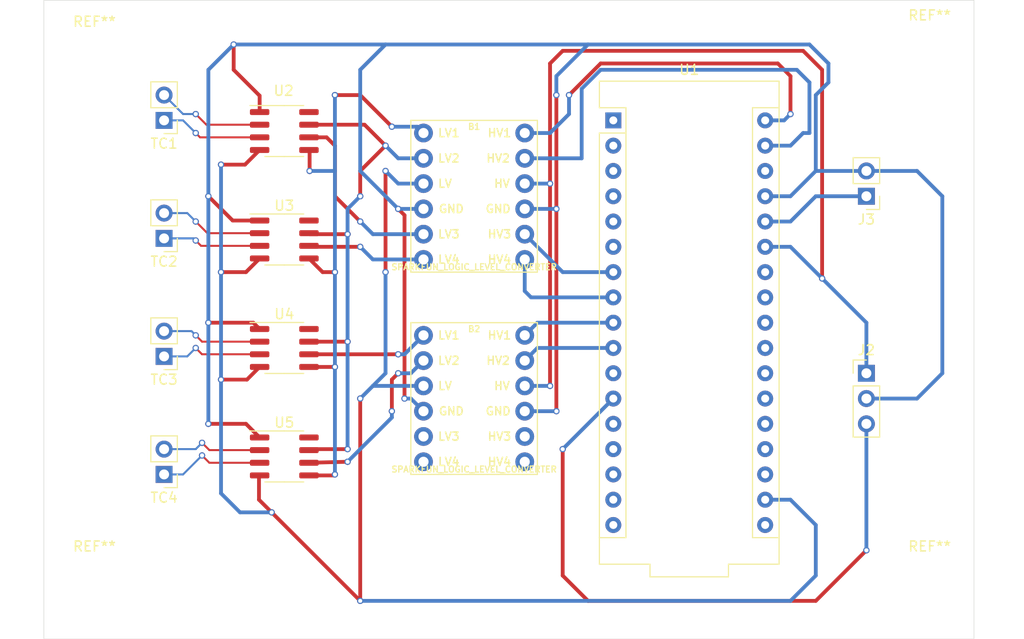
<source format=kicad_pcb>
(kicad_pcb (version 20221018) (generator pcbnew)
  (layers (0 "F.Cu" signal) (31 "B.Cu" signal) (34 "B.Paste" user) (35 "F.Paste" user) (36 "B.SilkS" user "B.Silkscreen") (37 "F.SilkS" user "F.Silkscreen") (38 "B.Mask" user) (39 "F.Mask" user) (44 "Edge.Cuts" user))
  (net 0 "")
  (net 1 "5V")
  (net 2 "GND")
  (net 3 "LCD")
  (net 4 "RESET")
  (net 10 "3.3V")
  (net 17 "SCK_H")
  (net 19 "MISO_H")
  (net 21 "T1CS_H")
  (net 23 "T2CS_H")
  (net 33 "SCK_L")
  (net 34 "MISO_L")
  (net 35 "T1-")
  (net 36 "T1+")
  (net 37 "T2-")
  (net 38 "T2+")
  (net 39 "T3-")
  (net 40 "T3+")
  (net 41 "T4-")
  (net 42 "T4+")
  (net 43 "T1CS_L")
  (net 44 "T2CS_L")
  (net 45 "T3CS_H")
  (net 46 "T4CS_H")
  (net 49 "T3CS_L")
  (net 50 "T4CS_L")
  (footprint "Connector_PinHeader_2.54mm:PinHeader_1x03_P2.54mm_Vertical" (layer "F.Cu") (at 160.02 91.44)
    (fp_text reference "J2" (at 0 -2.33) (layer "F.SilkS"))
    (fp_text value "Conn_01x03")
    (fp_line (start -1.33 -1.33) (end 0 -1.33) (stroke (width 0.12)) (layer "F.SilkS"))
    (fp_line (start -1.33 0) (end -1.33 -1.33) (stroke (width 0.12)) (layer "F.SilkS"))
    (fp_line (start -1.33 1.27) (end -1.33 6.41) (stroke (width 0.12)) (layer "F.SilkS"))
    (fp_line (start -1.33 1.27) (end 1.33 1.27) (stroke (width 0.12)) (layer "F.SilkS"))
    (fp_line (start -1.33 6.41) (end 1.33 6.41) (stroke (width 0.12)) (layer "F.SilkS"))
    (fp_line (start 1.33 1.27) (end 1.33 6.41) (stroke (width 0.12)) (layer "F.SilkS"))
    (pad "1" thru_hole rect (at 0 0) (size 1.7 1.7) (drill 1) (layers "*.Cu" "*.Mask") (net 1 "5V"))
    (pad "2" thru_hole oval (at 0 2.54) (size 1.7 1.7) (drill 1) (layers "*.Cu" "*.Mask") (net 2 "GND"))
    (pad "3" thru_hole oval (at 0 5.08) (size 1.7 1.7) (drill 1) (layers "*.Cu" "*.Mask") (net 3 "LCD"))
  )
  (footprint "Connector_PinHeader_2.54mm:PinHeader_1x02_P2.54mm_Vertical" (layer "F.Cu") (at 89.535 89.746666 180)
    (fp_text reference "TC3" (at 0 -2.33) (layer "F.SilkS"))
    (fp_text value "S_Sensor")
    (fp_line (start -1.33 -1.33) (end 0 -1.33) (stroke (width 0.12)) (layer "F.SilkS"))
    (fp_line (start -1.33 0) (end -1.33 -1.33) (stroke (width 0.12)) (layer "F.SilkS"))
    (fp_line (start -1.33 1.27) (end -1.33 3.87) (stroke (width 0.12)) (layer "F.SilkS"))
    (fp_line (start -1.33 1.27) (end 1.33 1.27) (stroke (width 0.12)) (layer "F.SilkS"))
    (fp_line (start -1.33 3.87) (end 1.33 3.87) (stroke (width 0.12)) (layer "F.SilkS"))
    (fp_line (start 1.33 1.27) (end 1.33 3.87) (stroke (width 0.12)) (layer "F.SilkS"))
    (pad "1" thru_hole rect (at 0 0 180) (size 1.7 1.7) (drill 1) (layers "*.Cu" "*.Mask") (net 40 "T3+"))
    (pad "2" thru_hole oval (at 0 2.54 180) (size 1.7 1.7) (drill 1) (layers "*.Cu" "*.Mask") (net 39 "T3-"))
  )
  (footprint "Package_SO:SOIC-8_3.9x4.9mm_P1.27mm" (layer "F.Cu") (at 101.6 78.005)
    (fp_text reference "U3" (at 0 -3.4) (layer "F.SilkS"))
    (fp_text value "M_Max")
    (fp_line (start 0 -2.56) (end -3.45 -2.56) (stroke (width 0.12)) (layer "F.SilkS"))
    (fp_line (start 0 -2.56) (end 1.95 -2.56) (stroke (width 0.12)) (layer "F.SilkS"))
    (fp_line (start 0 2.56) (end -1.95 2.56) (stroke (width 0.12)) (layer "F.SilkS"))
    (fp_line (start 0 2.56) (end 1.95 2.56) (stroke (width 0.12)) (layer "F.SilkS"))
    (pad "1" smd roundrect (at -2.475 -1.905) (size 1.95 0.6) (layers "F.Cu" "F.Paste" "F.Mask") (net 2 "GND"))
    (pad "2" smd roundrect (at -2.475 -0.635) (size 1.95 0.6) (layers "F.Cu" "F.Paste" "F.Mask") (net 37 "T2-"))
    (pad "3" smd roundrect (at -2.475 0.635) (size 1.95 0.6) (layers "F.Cu" "F.Paste" "F.Mask") (net 38 "T2+"))
    (pad "4" smd roundrect (at -2.475 1.905) (size 1.95 0.6) (layers "F.Cu" "F.Paste" "F.Mask") (net 10 "3.3V"))
    (pad "5" smd roundrect (at 2.475 1.905) (size 1.95 0.6) (layers "F.Cu" "F.Paste" "F.Mask") (net 33 "SCK_L"))
    (pad "6" smd roundrect (at 2.475 0.635) (size 1.95 0.6) (layers "F.Cu" "F.Paste" "F.Mask") (net 44 "T2CS_L"))
    (pad "7" smd roundrect (at 2.475 -0.635) (size 1.95 0.6) (layers "F.Cu" "F.Paste" "F.Mask") (net 34 "MISO_L"))
    (pad "8" smd roundrect (at 2.475 -1.905) (size 1.95 0.6) (layers "F.Cu" "F.Paste" "F.Mask"))
  )
  (footprint "MountingHole:MountingHole_3.2mm_M3" (layer "F.Cu") (at 166.37 113.03)
    (fp_text reference "REF**" (at 0 -4.2) (layer "F.SilkS"))
    (fp_text value "MountingHole_3.2mm_M3")
    (pad "" np_thru_hole circle (at 0 0) (size 3.2 3.2) (drill 3.2) (layers "*.Cu" "*.Mask"))
  )
  (footprint "Boards:SPARKFUN_LOGIC_LEVEL_CONVERTER" (layer "F.Cu") (at 120.65 93.98)
    (fp_text reference "B2" (at 0 -6.985) (layer "F.SilkS") (effects (font (size 0.6096 0.6096) (thickness 0.127))))
    (fp_text value "SPARKFUN_LOGIC_LEVEL_CONVERTER" (at 0 7.112) (layer "F.SilkS") (effects (font (size 0.6096 0.6096) (thickness 0.127))))
    (fp_text user "HV" (at 2.794 -1.27) (layer "F.SilkS") (effects (font (size 0.8128 0.8128) (thickness 0.1524))))
    (fp_text user "HV4" (at 2.54 6.35) (layer "F.SilkS") (effects (font (size 0.8128 0.8128) (thickness 0.1524))))
    (fp_text user "HV1" (at 2.54 -6.35) (layer "F.SilkS") (effects (font (size 0.8128 0.8128) (thickness 0.1524))))
    (fp_text user "LV4" (at -2.54 6.35) (layer "F.SilkS") (effects (font (size 0.8128 0.8128) (thickness 0.1524))))
    (fp_text user "HV3" (at 2.54 3.81) (layer "F.SilkS") (effects (font (size 0.8128 0.8128) (thickness 0.1524))))
    (fp_text user "LV1" (at -2.54 -6.35) (layer "F.SilkS") (effects (font (size 0.8128 0.8128) (thickness 0.1524))))
    (fp_text user "LV2" (at -2.54 -3.81) (layer "F.SilkS") (effects (font (size 0.8128 0.8128) (thickness 0.1524))))
    (fp_text user "LV3" (at -2.54 3.81) (layer "F.SilkS") (effects (font (size 0.8128 0.8128) (thickness 0.1524))))
    (fp_text user "HV2" (at 2.413 -3.81) (layer "F.SilkS") (effects (font (size 0.8128 0.8128) (thickness 0.1524))))
    (fp_text user "GND" (at -2.286 1.27) (layer "F.SilkS") (effects (font (size 0.8128 0.8128) (thickness 0.1524))))
    (fp_text user "LV" (at -2.921 -1.27) (layer "F.SilkS") (effects (font (size 0.8128 0.8128) (thickness 0.1524))))
    (fp_text user "GND" (at 2.413 1.27) (layer "F.SilkS") (effects (font (size 0.8128 0.8128) (thickness 0.1524))))
    (fp_line (start -6.35 -7.62) (end 6.35 -7.62) (stroke (width 0.127)) (layer "F.SilkS"))
    (fp_line (start -6.35 7.62) (end -6.35 -7.62) (stroke (width 0.127)) (layer "F.SilkS"))
    (fp_line (start 6.35 -7.62) (end 6.35 7.62) (stroke (width 0.127)) (layer "F.SilkS"))
    (fp_line (start 6.35 7.62) (end -6.35 7.62) (stroke (width 0.127)) (layer "F.SilkS"))
    (pad "GND1" thru_hole circle (at -5.08 1.27) (size 1.8796 1.8796) (drill 1.016) (layers "*.Cu" "*.Mask") (net 2 "GND"))
    (pad "GND2" thru_hole circle (at 5.08 1.27) (size 1.8796 1.8796) (drill 1.016) (layers "*.Cu" "*.Mask") (net 2 "GND"))
    (pad "HV" thru_hole circle (at 5.08 -1.27) (size 1.8796 1.8796) (drill 1.016) (layers "*.Cu" "*.Mask") (net 1 "5V"))
    (pad "HV1" thru_hole circle (at 5.08 -6.35) (size 1.8796 1.8796) (drill 1.016) (layers "*.Cu" "*.Mask") (net 45 "T3CS_H"))
    (pad "HV2" thru_hole circle (at 5.08 -3.81) (size 1.8796 1.8796) (drill 1.016) (layers "*.Cu" "*.Mask") (net 46 "T4CS_H"))
    (pad "HV3" thru_hole circle (at 5.08 3.81) (size 1.8796 1.8796) (drill 1.016) (layers "*.Cu" "*.Mask"))
    (pad "HV4" thru_hole circle (at 5.08 6.35) (size 1.8796 1.8796) (drill 1.016) (layers "*.Cu" "*.Mask"))
    (pad "LV" thru_hole circle (at -5.08 -1.27) (size 1.8796 1.8796) (drill 1.016) (layers "*.Cu" "*.Mask") (net 10 "3.3V"))
    (pad "LV1" thru_hole circle (at -5.08 -6.35) (size 1.8796 1.8796) (drill 1.016) (layers "*.Cu" "*.Mask") (net 49 "T3CS_L"))
    (pad "LV2" thru_hole circle (at -5.08 -3.81) (size 1.8796 1.8796) (drill 1.016) (layers "*.Cu" "*.Mask") (net 50 "T4CS_L"))
    (pad "LV3" thru_hole circle (at -5.08 3.81) (size 1.8796 1.8796) (drill 1.016) (layers "*.Cu" "*.Mask"))
    (pad "LV4" thru_hole circle (at -5.08 6.35) (size 1.8796 1.8796) (drill 1.016) (layers "*.Cu" "*.Mask"))
  )
  (footprint "Package_SO:SOIC-8_3.9x4.9mm_P1.27mm" (layer "F.Cu") (at 101.6 88.9)
    (fp_text reference "U4" (at 0 -3.4) (layer "F.SilkS"))
    (fp_text value "S_Max")
    (fp_line (start 0 -2.56) (end -3.45 -2.56) (stroke (width 0.12)) (layer "F.SilkS"))
    (fp_line (start 0 -2.56) (end 1.95 -2.56) (stroke (width 0.12)) (layer "F.SilkS"))
    (fp_line (start 0 2.56) (end -1.95 2.56) (stroke (width 0.12)) (layer "F.SilkS"))
    (fp_line (start 0 2.56) (end 1.95 2.56) (stroke (width 0.12)) (layer "F.SilkS"))
    (pad "1" smd roundrect (at -2.475 -1.905) (size 1.95 0.6) (layers "F.Cu" "F.Paste" "F.Mask") (net 2 "GND"))
    (pad "2" smd roundrect (at -2.475 -0.635) (size 1.95 0.6) (layers "F.Cu" "F.Paste" "F.Mask") (net 39 "T3-"))
    (pad "3" smd roundrect (at -2.475 0.635) (size 1.95 0.6) (layers "F.Cu" "F.Paste" "F.Mask") (net 40 "T3+"))
    (pad "4" smd roundrect (at -2.475 1.905) (size 1.95 0.6) (layers "F.Cu" "F.Paste" "F.Mask") (net 10 "3.3V"))
    (pad "5" smd roundrect (at 2.475 1.905) (size 1.95 0.6) (layers "F.Cu" "F.Paste" "F.Mask") (net 33 "SCK_L"))
    (pad "6" smd roundrect (at 2.475 0.635) (size 1.95 0.6) (layers "F.Cu" "F.Paste" "F.Mask") (net 49 "T3CS_L"))
    (pad "7" smd roundrect (at 2.475 -0.635) (size 1.95 0.6) (layers "F.Cu" "F.Paste" "F.Mask") (net 34 "MISO_L"))
    (pad "8" smd roundrect (at 2.475 -1.905) (size 1.95 0.6) (layers "F.Cu" "F.Paste" "F.Mask"))
  )
  (footprint "Connector_PinHeader_2.54mm:PinHeader_1x02_P2.54mm_Vertical" (layer "F.Cu") (at 89.535 101.6 180)
    (fp_text reference "TC4" (at 0 -2.33) (layer "F.SilkS"))
    (fp_text value "R_Sensor")
    (fp_line (start -1.33 -1.33) (end 0 -1.33) (stroke (width 0.12)) (layer "F.SilkS"))
    (fp_line (start -1.33 0) (end -1.33 -1.33) (stroke (width 0.12)) (layer "F.SilkS"))
    (fp_line (start -1.33 1.27) (end -1.33 3.87) (stroke (width 0.12)) (layer "F.SilkS"))
    (fp_line (start -1.33 1.27) (end 1.33 1.27) (stroke (width 0.12)) (layer "F.SilkS"))
    (fp_line (start -1.33 3.87) (end 1.33 3.87) (stroke (width 0.12)) (layer "F.SilkS"))
    (fp_line (start 1.33 1.27) (end 1.33 3.87) (stroke (width 0.12)) (layer "F.SilkS"))
    (pad "1" thru_hole rect (at 0 0 180) (size 1.7 1.7) (drill 1) (layers "*.Cu" "*.Mask") (net 42 "T4+"))
    (pad "2" thru_hole oval (at 0 2.54 180) (size 1.7 1.7) (drill 1) (layers "*.Cu" "*.Mask") (net 41 "T4-"))
  )
  (footprint "Boards:SPARKFUN_LOGIC_LEVEL_CONVERTER" (layer "F.Cu") (at 120.65 73.66)
    (fp_text reference "B1" (at 0 -6.985) (layer "F.SilkS") (effects (font (size 0.6096 0.6096) (thickness 0.127))))
    (fp_text value "SPARKFUN_LOGIC_LEVEL_CONVERTER" (at 0 7.112) (layer "F.SilkS") (effects (font (size 0.6096 0.6096) (thickness 0.127))))
    (fp_text user "GND" (at 2.413 1.27) (layer "F.SilkS") (effects (font (size 0.8128 0.8128) (thickness 0.1524))))
    (fp_text user "HV" (at 2.794 -1.27) (layer "F.SilkS") (effects (font (size 0.8128 0.8128) (thickness 0.1524))))
    (fp_text user "HV2" (at 2.413 -3.81) (layer "F.SilkS") (effects (font (size 0.8128 0.8128) (thickness 0.1524))))
    (fp_text user "HV4" (at 2.54 6.35) (layer "F.SilkS") (effects (font (size 0.8128 0.8128) (thickness 0.1524))))
    (fp_text user "LV2" (at -2.54 -3.81) (layer "F.SilkS") (effects (font (size 0.8128 0.8128) (thickness 0.1524))))
    (fp_text user "GND" (at -2.286 1.27) (layer "F.SilkS") (effects (font (size 0.8128 0.8128) (thickness 0.1524))))
    (fp_text user "HV3" (at 2.54 3.81) (layer "F.SilkS") (effects (font (size 0.8128 0.8128) (thickness 0.1524))))
    (fp_text user "LV3" (at -2.54 3.81) (layer "F.SilkS") (effects (font (size 0.8128 0.8128) (thickness 0.1524))))
    (fp_text user "LV4" (at -2.54 6.35) (layer "F.SilkS") (effects (font (size 0.8128 0.8128) (thickness 0.1524))))
    (fp_text user "LV1" (at -2.54 -6.35) (layer "F.SilkS") (effects (font (size 0.8128 0.8128) (thickness 0.1524))))
    (fp_text user "LV" (at -2.921 -1.27) (layer "F.SilkS") (effects (font (size 0.8128 0.8128) (thickness 0.1524))))
    (fp_text user "HV1" (at 2.54 -6.35) (layer "F.SilkS") (effects (font (size 0.8128 0.8128) (thickness 0.1524))))
    (fp_line (start -6.35 -7.62) (end 6.35 -7.62) (stroke (width 0.127)) (layer "F.SilkS"))
    (fp_line (start -6.35 7.62) (end -6.35 -7.62) (stroke (width 0.127)) (layer "F.SilkS"))
    (fp_line (start 6.35 -7.62) (end 6.35 7.62) (stroke (width 0.127)) (layer "F.SilkS"))
    (fp_line (start 6.35 7.62) (end -6.35 7.62) (stroke (width 0.127)) (layer "F.SilkS"))
    (pad "GND1" thru_hole circle (at -5.08 1.27) (size 1.8796 1.8796) (drill 1.016) (layers "*.Cu" "*.Mask") (net 2 "GND"))
    (pad "GND2" thru_hole circle (at 5.08 1.27) (size 1.8796 1.8796) (drill 1.016) (layers "*.Cu" "*.Mask") (net 2 "GND"))
    (pad "HV" thru_hole circle (at 5.08 -1.27) (size 1.8796 1.8796) (drill 1.016) (layers "*.Cu" "*.Mask") (net 1 "5V"))
    (pad "HV1" thru_hole circle (at 5.08 -6.35) (size 1.8796 1.8796) (drill 1.016) (layers "*.Cu" "*.Mask") (net 17 "SCK_H"))
    (pad "HV2" thru_hole circle (at 5.08 -3.81) (size 1.8796 1.8796) (drill 1.016) (layers "*.Cu" "*.Mask") (net 19 "MISO_H"))
    (pad "HV3" thru_hole circle (at 5.08 3.81) (size 1.8796 1.8796) (drill 1.016) (layers "*.Cu" "*.Mask") (net 21 "T1CS_H"))
    (pad "HV4" thru_hole circle (at 5.08 6.35) (size 1.8796 1.8796) (drill 1.016) (layers "*.Cu" "*.Mask") (net 23 "T2CS_H"))
    (pad "LV" thru_hole circle (at -5.08 -1.27) (size 1.8796 1.8796) (drill 1.016) (layers "*.Cu" "*.Mask") (net 10 "3.3V"))
    (pad "LV1" thru_hole circle (at -5.08 -6.35) (size 1.8796 1.8796) (drill 1.016) (layers "*.Cu" "*.Mask") (net 33 "SCK_L"))
    (pad "LV2" thru_hole circle (at -5.08 -3.81) (size 1.8796 1.8796) (drill 1.016) (layers "*.Cu" "*.Mask") (net 34 "MISO_L"))
    (pad "LV3" thru_hole circle (at -5.08 3.81) (size 1.8796 1.8796) (drill 1.016) (layers "*.Cu" "*.Mask") (net 43 "T1CS_L"))
    (pad "LV4" thru_hole circle (at -5.08 6.35) (size 1.8796 1.8796) (drill 1.016) (layers "*.Cu" "*.Mask") (net 44 "T2CS_L"))
  )
  (footprint "MountingHole:MountingHole_3.2mm_M3" (layer "F.Cu") (at 166.37 59.69)
    (fp_text reference "REF**" (at 0 -4.2) (layer "F.SilkS"))
    (fp_text value "MountingHole_3.2mm_M3")
    (pad "" np_thru_hole circle (at 0 0) (size 3.2 3.2) (drill 3.2) (layers "*.Cu" "*.Mask"))
  )
  (footprint "Package_SO:SOIC-8_3.9x4.9mm_P1.27mm" (layer "F.Cu") (at 101.6 99.795)
    (fp_text reference "U5" (at 0 -3.4) (layer "F.SilkS"))
    (fp_text value "R_Max")
    (fp_line (start 0 -2.56) (end -3.45 -2.56) (stroke (width 0.12)) (layer "F.SilkS"))
    (fp_line (start 0 -2.56) (end 1.95 -2.56) (stroke (width 0.12)) (layer "F.SilkS"))
    (fp_line (start 0 2.56) (end -1.95 2.56) (stroke (width 0.12)) (layer "F.SilkS"))
    (fp_line (start 0 2.56) (end 1.95 2.56) (stroke (width 0.12)) (layer "F.SilkS"))
    (pad "1" smd roundrect (at -2.475 -1.905) (size 1.95 0.6) (layers "F.Cu" "F.Paste" "F.Mask") (net 2 "GND"))
    (pad "2" smd roundrect (at -2.475 -0.635) (size 1.95 0.6) (layers "F.Cu" "F.Paste" "F.Mask") (net 41 "T4-"))
    (pad "3" smd roundrect (at -2.475 0.635) (size 1.95 0.6) (layers "F.Cu" "F.Paste" "F.Mask") (net 42 "T4+"))
    (pad "4" smd roundrect (at -2.475 1.905) (size 1.95 0.6) (layers "F.Cu" "F.Paste" "F.Mask") (net 10 "3.3V"))
    (pad "5" smd roundrect (at 2.475 1.905) (size 1.95 0.6) (layers "F.Cu" "F.Paste" "F.Mask") (net 33 "SCK_L"))
    (pad "6" smd roundrect (at 2.475 0.635) (size 1.95 0.6) (layers "F.Cu" "F.Paste" "F.Mask") (net 50 "T4CS_L"))
    (pad "7" smd roundrect (at 2.475 -0.635) (size 1.95 0.6) (layers "F.Cu" "F.Paste" "F.Mask") (net 34 "MISO_L"))
    (pad "8" smd roundrect (at 2.475 -1.905) (size 1.95 0.6) (layers "F.Cu" "F.Paste" "F.Mask"))
  )
  (footprint "MountingHole:MountingHole_3.2mm_M3" (layer "F.Cu") (at 82.55 113.03)
    (fp_text reference "REF**" (at 0 -4.2) (layer "F.SilkS"))
    (fp_text value "MountingHole_3.2mm_M3")
    (pad "" np_thru_hole circle (at 0 0) (size 3.2 3.2) (drill 3.2) (layers "*.Cu" "*.Mask"))
  )
  (footprint "Arduino:Arduino_Micro" (layer "F.Cu") (at 134.62 66.04)
    (fp_text reference "U1" (at 7.62 -5.08) (layer "F.SilkS"))
    (fp_text value "Arduino_Micro")
    (fp_line (start -1.397 -3.937) (end -1.397 -1.27) (stroke (width 0.12)) (layer "F.SilkS"))
    (fp_line (start -1.397 1.27) (end -1.397 44.577) (stroke (width 0.12)) (layer "F.SilkS"))
    (fp_line (start -1.397 44.577) (end 3.683 44.577) (stroke (width 0.12)) (layer "F.SilkS"))
    (fp_line (start 1.27 -1.27) (end -1.397 -1.27) (stroke (width 0.12)) (layer "F.SilkS"))
    (fp_line (start 1.27 1.27) (end -1.397 1.27) (stroke (width 0.12)) (layer "F.SilkS"))
    (fp_line (start 1.27 1.27) (end 1.27 -1.27) (stroke (width 0.12)) (layer "F.SilkS"))
    (fp_line (start 1.27 1.27) (end 1.27 41.91) (stroke (width 0.12)) (layer "F.SilkS"))
    (fp_line (start 1.27 41.91) (end -1.397 41.91) (stroke (width 0.12)) (layer "F.SilkS"))
    (fp_line (start 3.683 44.577) (end 3.683 45.847) (stroke (width 0.12)) (layer "F.SilkS"))
    (fp_line (start 3.683 45.847) (end 11.557 45.847) (stroke (width 0.12)) (layer "F.SilkS"))
    (fp_line (start 11.557 44.577) (end 11.557 45.847) (stroke (width 0.12)) (layer "F.SilkS"))
    (fp_line (start 11.557 44.577) (end 16.637 44.577) (stroke (width 0.12)) (layer "F.SilkS"))
    (fp_line (start 13.97 -1.27) (end 13.97 41.91) (stroke (width 0.12)) (layer "F.SilkS"))
    (fp_line (start 13.97 -1.27) (end 16.637 -1.27) (stroke (width 0.12)) (layer "F.SilkS"))
    (fp_line (start 13.97 41.91) (end 16.637 41.91) (stroke (width 0.12)) (layer "F.SilkS"))
    (fp_line (start 16.637 -3.937) (end -1.397 -3.937) (stroke (width 0.12)) (layer "F.SilkS"))
    (fp_line (start 16.637 44.577) (end 16.637 -3.937) (stroke (width 0.12)) (layer "F.SilkS"))
    (pad "1" thru_hole rect (at 0 0) (size 1.6 1.6) (drill 0.8) (layers "*.Cu" "*.Mask"))
    (pad "2" thru_hole oval (at 0 2.54) (size 1.6 1.6) (drill 0.8) (layers "*.Cu" "*.Mask"))
    (pad "3" thru_hole oval (at 0 5.08) (size 1.6 1.6) (drill 0.8) (layers "*.Cu" "*.Mask"))
    (pad "4" thru_hole oval (at 0 7.62) (size 1.6 1.6) (drill 0.8) (layers "*.Cu" "*.Mask"))
    (pad "5" thru_hole oval (at 0 10.16) (size 1.6 1.6) (drill 0.8) (layers "*.Cu" "*.Mask"))
    (pad "6" thru_hole oval (at 0 12.7) (size 1.6 1.6) (drill 0.8) (layers "*.Cu" "*.Mask"))
    (pad "7" thru_hole oval (at 0 15.24) (size 1.6 1.6) (drill 0.8) (layers "*.Cu" "*.Mask") (net 21 "T1CS_H"))
    (pad "8" thru_hole oval (at 0 17.78) (size 1.6 1.6) (drill 0.8) (layers "*.Cu" "*.Mask") (net 23 "T2CS_H"))
    (pad "9" thru_hole oval (at 0 20.32) (size 1.6 1.6) (drill 0.8) (layers "*.Cu" "*.Mask") (net 45 "T3CS_H"))
    (pad "10" thru_hole oval (at 0 22.86) (size 1.6 1.6) (drill 0.8) (layers "*.Cu" "*.Mask") (net 46 "T4CS_H"))
    (pad "11" thru_hole oval (at 0 25.4) (size 1.6 1.6) (drill 0.8) (layers "*.Cu" "*.Mask"))
    (pad "12" thru_hole oval (at 0 27.94) (size 1.6 1.6) (drill 0.8) (layers "*.Cu" "*.Mask") (net 3 "LCD"))
    (pad "13" thru_hole oval (at 0 30.48) (size 1.6 1.6) (drill 0.8) (layers "*.Cu" "*.Mask"))
    (pad "14" thru_hole oval (at 0 33.02) (size 1.6 1.6) (drill 0.8) (layers "*.Cu" "*.Mask"))
    (pad "15" thru_hole oval (at 0 35.56) (size 1.6 1.6) (drill 0.8) (layers "*.Cu" "*.Mask"))
    (pad "16" thru_hole oval (at 0 38.1) (size 1.6 1.6) (drill 0.8) (layers "*.Cu" "*.Mask"))
    (pad "17" thru_hole oval (at 0 40.64) (size 1.6 1.6) (drill 0.8) (layers "*.Cu" "*.Mask"))
    (pad "18" thru_hole oval (at 15.24 40.64) (size 1.6 1.6) (drill 0.8) (layers "*.Cu" "*.Mask"))
    (pad "19" thru_hole oval (at 15.24 38.1) (size 1.6 1.6) (drill 0.8) (layers "*.Cu" "*.Mask") (net 10 "3.3V"))
    (pad "20" thru_hole oval (at 15.24 35.56) (size 1.6 1.6) (drill 0.8) (layers "*.Cu" "*.Mask"))
    (pad "21" thru_hole oval (at 15.24 33.02) (size 1.6 1.6) (drill 0.8) (layers "*.Cu" "*.Mask"))
    (pad "22" thru_hole oval (at 15.24 30.48) (size 1.6 1.6) (drill 0.8) (layers "*.Cu" "*.Mask"))
    (pad "23" thru_hole oval (at 15.24 27.94) (size 1.6 1.6) (drill 0.8) (layers "*.Cu" "*.Mask"))
    (pad "24" thru_hole oval (at 15.24 25.4) (size 1.6 1.6) (drill 0.8) (layers "*.Cu" "*.Mask"))
    (pad "25" thru_hole oval (at 15.24 22.86) (size 1.6 1.6) (drill 0.8) (layers "*.Cu" "*.Mask"))
    (pad "26" thru_hole oval (at 15.24 20.32) (size 1.6 1.6) (drill 0.8) (layers "*.Cu" "*.Mask"))
    (pad "27" thru_hole oval (at 15.24 17.78) (size 1.6 1.6) (drill 0.8) (layers "*.Cu" "*.Mask"))
    (pad "28" thru_hole oval (at 15.24 15.24) (size 1.6 1.6) (drill 0.8) (layers "*.Cu" "*.Mask"))
    (pad "29" thru_hole oval (at 15.24 12.7) (size 1.6 1.6) (drill 0.8) (layers "*.Cu" "*.Mask") (net 1 "5V"))
    (pad "30" thru_hole oval (at 15.24 10.16) (size 1.6 1.6) (drill 0.8) (layers "*.Cu" "*.Mask") (net 4 "RESET"))
    (pad "31" thru_hole oval (at 15.24 7.62) (size 1.6 1.6) (drill 0.8) (layers "*.Cu" "*.Mask") (net 2 "GND"))
    (pad "32" thru_hole oval (at 15.24 5.08) (size 1.6 1.6) (drill 0.8) (layers "*.Cu" "*.Mask"))
    (pad "33" thru_hole oval (at 15.24 2.54) (size 1.6 1.6) (drill 0.8) (layers "*.Cu" "*.Mask") (net 19 "MISO_H"))
    (pad "34" thru_hole oval (at 15.24 0) (size 1.6 1.6) (drill 0.8) (layers "*.Cu" "*.Mask") (net 17 "SCK_H"))
  )
  (footprint "Connector_PinHeader_2.54mm:PinHeader_1x02_P2.54mm_Vertical" (layer "F.Cu") (at 160.02 73.66 180)
    (fp_text reference "J3" (at 0 -2.33) (layer "F.SilkS"))
    (fp_text value "Conn_01x02")
    (fp_line (start -1.33 -1.33) (end 0 -1.33) (stroke (width 0.12)) (layer "F.SilkS"))
    (fp_line (start -1.33 0) (end -1.33 -1.33) (stroke (width 0.12)) (layer "F.SilkS"))
    (fp_line (start -1.33 1.27) (end -1.33 3.87) (stroke (width 0.12)) (layer "F.SilkS"))
    (fp_line (start -1.33 1.27) (end 1.33 1.27) (stroke (width 0.12)) (layer "F.SilkS"))
    (fp_line (start -1.33 3.87) (end 1.33 3.87) (stroke (width 0.12)) (layer "F.SilkS"))
    (fp_line (start 1.33 1.27) (end 1.33 3.87) (stroke (width 0.12)) (layer "F.SilkS"))
    (pad "1" thru_hole rect (at 0 0 180) (size 1.7 1.7) (drill 1) (layers "*.Cu" "*.Mask") (net 4 "RESET"))
    (pad "2" thru_hole oval (at 0 2.54 180) (size 1.7 1.7) (drill 1) (layers "*.Cu" "*.Mask") (net 2 "GND"))
  )
  (footprint "Package_SO:SOIC-8_3.9x4.9mm_P1.27mm" (layer "F.Cu") (at 101.6 67.11)
    (fp_text reference "U2" (at -0.065 -4.045) (layer "F.SilkS"))
    (fp_text value "N_Max")
    (fp_line (start 0 -2.56) (end -3.45 -2.56) (stroke (width 0.12)) (layer "F.SilkS"))
    (fp_line (start 0 -2.56) (end 1.95 -2.56) (stroke (width 0.12)) (layer "F.SilkS"))
    (fp_line (start 0 2.56) (end -1.95 2.56) (stroke (width 0.12)) (layer "F.SilkS"))
    (fp_line (start 0 2.56) (end 1.95 2.56) (stroke (width 0.12)) (layer "F.SilkS"))
    (pad "1" smd roundrect (at -2.475 -1.905) (size 1.95 0.6) (layers "F.Cu" "F.Paste" "F.Mask") (net 2 "GND"))
    (pad "2" smd roundrect (at -2.475 -0.635) (size 1.95 0.6) (layers "F.Cu" "F.Paste" "F.Mask") (net 35 "T1-"))
    (pad "3" smd roundrect (at -2.475 0.635) (size 1.95 0.6) (layers "F.Cu" "F.Paste" "F.Mask") (net 36 "T1+"))
    (pad "4" smd roundrect (at -2.475 1.905) (size 1.95 0.6) (layers "F.Cu" "F.Paste" "F.Mask") (net 10 "3.3V"))
    (pad "5" smd roundrect (at 2.475 1.905) (size 1.95 0.6) (layers "F.Cu" "F.Paste" "F.Mask") (net 33 "SCK_L"))
    (pad "6" smd roundrect (at 2.475 0.635) (size 1.95 0.6) (layers "F.Cu" "F.Paste" "F.Mask") (net 43 "T1CS_L"))
    (pad "7" smd roundrect (at 2.475 -0.635) (size 1.95 0.6) (layers "F.Cu" "F.Paste" "F.Mask") (net 34 "MISO_L"))
    (pad "8" smd roundrect (at 2.475 -1.905) (size 1.95 0.6) (layers "F.Cu" "F.Paste" "F.Mask"))
  )
  (footprint "Connector_PinHeader_2.54mm:PinHeader_1x02_P2.54mm_Vertical" (layer "F.Cu") (at 89.535 66.04 180)
    (fp_text reference "TC1" (at 0 -2.33) (layer "F.SilkS"))
    (fp_text value "N_Sensor")
    (fp_line (start -1.33 -1.33) (end 0 -1.33) (stroke (width 0.12)) (layer "F.SilkS"))
    (fp_line (start -1.33 0) (end -1.33 -1.33) (stroke (width 0.12)) (layer "F.SilkS"))
    (fp_line (start -1.33 1.27) (end -1.33 3.87) (stroke (width 0.12)) (layer "F.SilkS"))
    (fp_line (start -1.33 1.27) (end 1.33 1.27) (stroke (width 0.12)) (layer "F.SilkS"))
    (fp_line (start -1.33 3.87) (end 1.33 3.87) (stroke (width 0.12)) (layer "F.SilkS"))
    (fp_line (start 1.33 1.27) (end 1.33 3.87) (stroke (width 0.12)) (layer "F.SilkS"))
    (pad "1" thru_hole rect (at 0 0 180) (size 1.7 1.7) (drill 1) (layers "*.Cu" "*.Mask") (net 36 "T1+"))
    (pad "2" thru_hole oval (at 0 2.54 180) (size 1.7 1.7) (drill 1) (layers "*.Cu" "*.Mask") (net 35 "T1-"))
  )
  (footprint "MountingHole:MountingHole_3.2mm_M3" (layer "F.Cu") (at 82.55 60.325)
    (fp_text reference "REF**" (at 0 -4.2) (layer "F.SilkS"))
    (fp_text value "MountingHole_3.2mm_M3")
    (pad "" np_thru_hole circle (at 0 0) (size 3.2 3.2) (drill 3.2) (layers "*.Cu" "*.Mask"))
  )
  (footprint "Connector_PinHeader_2.54mm:PinHeader_1x02_P2.54mm_Vertical" (layer "F.Cu") (at 89.535 77.893333 180)
    (fp_text reference "TC2" (at 0 -2.33) (layer "F.SilkS"))
    (fp_text value "M_Sensor")
    (fp_line (start -1.33 -1.33) (end 0 -1.33) (stroke (width 0.12)) (layer "F.SilkS"))
    (fp_line (start -1.33 0) (end -1.33 -1.33) (stroke (width 0.12)) (layer "F.SilkS"))
    (fp_line (start -1.33 1.27) (end -1.33 3.87) (stroke (width 0.12)) (layer "F.SilkS"))
    (fp_line (start -1.33 1.27) (end 1.33 1.27) (stroke (width 0.12)) (layer "F.SilkS"))
    (fp_line (start -1.33 3.87) (end 1.33 3.87) (stroke (width 0.12)) (layer "F.SilkS"))
    (fp_line (start 1.33 1.27) (end 1.33 3.87) (stroke (width 0.12)) (layer "F.SilkS"))
    (pad "1" thru_hole rect (at 0 0 180) (size 1.7 1.7) (drill 1) (layers "*.Cu" "*.Mask") (net 38 "T2+"))
    (pad "2" thru_hole oval (at 0 2.54 180) (size 1.7 1.7) (drill 1) (layers "*.Cu" "*.Mask") (net 37 "T2-"))
  )
  (gr_rect (start 77.47 53.975) (end 170.815 118.11) (stroke (width 0.05)) (fill none) (layer "Edge.Cuts"))
  (segment (start 129.54 59.055) (end 128.27 60.325) (width 0.381) (layer "F.Cu") (net 1))
  (segment (start 128.27 72.39) (end 128.27 92.71) (width 0.381) (layer "F.Cu") (net 1))
  (segment (start 153.67 59.055) (end 129.54 59.055) (width 0.381) (layer "F.Cu") (net 1))
  (segment (start 155.575 60.96) (end 153.67 59.055) (width 0.381) (layer "F.Cu") (net 1))
  (segment (start 128.27 60.325) (end 128.27 72.39) (width 0.381) (layer "F.Cu") (net 1))
  (segment (start 155.575 81.915) (end 155.575 60.96) (width 0.381) (layer "F.Cu") (net 1))
  (via (at 128.27 92.71) (size 0.635) (drill 0.4) (layers "F.Cu" "B.Cu") (net 1))
  (via (at 128.27 72.39) (size 0.635) (drill 0.4) (layers "F.Cu" "B.Cu") (net 1))
  (via (at 155.575 81.915) (size 0.635) (drill 0.4) (layers "F.Cu" "B.Cu") (net 1))
  (segment (start 160.02 86.36) (end 160.02 91.44) (width 0.381) (layer "B.Cu") (net 1))
  (segment (start 155.575 81.915) (end 160.02 86.36) (width 0.381) (layer "B.Cu") (net 1))
  (segment (start 125.73 72.39) (end 128.27 72.39) (width 0.381) (layer "B.Cu") (net 1))
  (segment (start 149.86 78.74) (end 152.4 78.74) (width 0.381) (layer "B.Cu") (net 1))
  (segment (start 128.27 92.71) (end 125.73 92.71) (width 0.381) (layer "B.Cu") (net 1))
  (segment (start 152.4 78.74) (end 155.575 81.915) (width 0.381) (layer "B.Cu") (net 1))
  (segment (start 128.905 63.5) (end 128.905 74.93) (width 0.381) (layer "F.Cu") (net 2))
  (segment (start 96.52 60.96) (end 99.125 63.565) (width 0.381) (layer "F.Cu") (net 2))
  (segment (start 96.52 58.42) (end 96.52 60.96) (width 0.381) (layer "F.Cu") (net 2))
  (segment (start 93.98 73.66) (end 96.42 76.1) (width 0.381) (layer "F.Cu") (net 2))
  (segment (start 113.665 75.565) (end 113.665 93.98) (width 0.381) (layer "F.Cu") (net 2))
  (segment (start 93.98 86.36) (end 98.49 86.36) (width 0.381) (layer "F.Cu") (net 2))
  (segment (start 128.905 74.93) (end 128.905 95.25) (width 0.381) (layer "F.Cu") (net 2))
  (segment (start 113.03 74.93) (end 113.665 75.565) (width 0.381) (layer "F.Cu") (net 2))
  (segment (start 97.755 96.52) (end 99.125 97.89) (width 0.381) (layer "F.Cu") (net 2))
  (segment (start 93.98 96.52) (end 97.755 96.52) (width 0.381) (layer "F.Cu") (net 2))
  (segment (start 96.42 76.1) (end 99.125 76.1) (width 0.381) (layer "F.Cu") (net 2))
  (segment (start 98.49 86.36) (end 99.125 86.995) (width 0.381) (layer "F.Cu") (net 2))
  (segment (start 99.125 63.565) (end 99.125 65.205) (width 0.381) (layer "F.Cu") (net 2))
  (via (at 113.03 74.93) (size 0.635) (drill 0.4) (layers "F.Cu" "B.Cu") (net 2))
  (via (at 128.905 63.5) (size 0.635) (drill 0.4) (layers "F.Cu" "B.Cu") (net 2))
  (via (at 96.52 58.42) (size 0.635) (drill 0.4) (layers "F.Cu" "B.Cu") (net 2))
  (via (at 128.905 74.93) (size 0.635) (drill 0.4) (layers "F.Cu" "B.Cu") (net 2))
  (via (at 93.98 73.66) (size 0.635) (drill 0.4) (layers "F.Cu" "B.Cu") (net 2))
  (via (at 113.665 93.98) (size 0.635) (drill 0.4) (layers "F.Cu" "B.Cu") (net 2))
  (via (at 93.98 86.36) (size 0.635) (drill 0.4) (layers "F.Cu" "B.Cu") (net 2))
  (via (at 128.905 95.25) (size 0.635) (drill 0.4) (layers "F.Cu" "B.Cu") (net 2))
  (via (at 93.98 96.52) (size 0.635) (drill 0.4) (layers "F.Cu" "B.Cu") (net 2))
  (segment (start 113.665 93.98) (end 114.3 93.98) (width 0.381) (layer "B.Cu") (net 2))
  (segment (start 125.73 95.25) (end 128.905 95.25) (width 0.381) (layer "B.Cu") (net 2))
  (segment (start 167.64 91.44) (end 165.1 93.98) (width 0.381) (layer "B.Cu") (net 2))
  (segment (start 156.21 62.23) (end 156.21 60.325) (width 0.381) (layer "B.Cu") (net 2))
  (segment (start 114.3 93.98) (end 115.57 95.25) (width 0.381) (layer "B.Cu") (net 2))
  (segment (start 149.86 73.66) (end 152.4 73.66) (width 0.381) (layer "B.Cu") (net 2))
  (segment (start 132.08 58.42) (end 111.76 58.42) (width 0.381) (layer "B.Cu") (net 2))
  (segment (start 160.02 71.12) (end 165.1 71.12) (width 0.381) (layer "B.Cu") (net 2))
  (segment (start 93.98 86.36) (end 93.98 96.52) (width 0.381) (layer "B.Cu") (net 2))
  (segment (start 96.52 58.42) (end 111.76 58.42) (width 0.381) (layer "B.Cu") (net 2))
  (segment (start 109.22 71.12) (end 113.03 74.93) (width 0.381) (layer "B.Cu") (net 2))
  (segment (start 113.03 74.93) (end 115.57 74.93) (width 0.381) (layer "B.Cu") (net 2))
  (segment (start 165.1 71.12) (end 167.64 73.66) (width 0.381) (layer "B.Cu") (net 2))
  (segment (start 125.73 74.93) (end 128.905 74.93) (width 0.381) (layer "B.Cu") (net 2))
  (segment (start 93.98 73.66) (end 93.98 86.36) (width 0.381) (layer "B.Cu") (net 2))
  (segment (start 154.305 58.42) (end 132.08 58.42) (width 0.381) (layer "B.Cu") (net 2))
  (segment (start 111.76 58.42) (end 109.22 60.96) (width 0.381) (layer "B.Cu") (net 2))
  (segment (start 167.64 73.66) (end 167.64 91.44) (width 0.381) (layer "B.Cu") (net 2))
  (segment (start 154.94 71.12) (end 160.02 71.12) (width 0.381) (layer "B.Cu") (net 2))
  (segment (start 128.905 61.595) (end 128.905 63.5) (width 0.381) (layer "B.Cu") (net 2))
  (segment (start 109.22 60.96) (end 109.22 71.12) (width 0.381) (layer "B.Cu") (net 2))
  (segment (start 156.21 60.325) (end 154.305 58.42) (width 0.381) (layer "B.Cu") (net 2))
  (segment (start 154.94 71.12) (end 154.94 63.5) (width 0.381) (layer "B.Cu") (net 2))
  (segment (start 152.4 73.66) (end 154.94 71.12) (width 0.381) (layer "B.Cu") (net 2))
  (segment (start 165.1 93.98) (end 160.02 93.98) (width 0.381) (layer "B.Cu") (net 2))
  (segment (start 93.98 60.96) (end 93.98 73.66) (width 0.381) (layer "B.Cu") (net 2))
  (segment (start 154.94 63.5) (end 156.21 62.23) (width 0.381) (layer "B.Cu") (net 2))
  (segment (start 96.52 58.42) (end 93.98 60.96) (width 0.381) (layer "B.Cu") (net 2))
  (segment (start 132.08 58.42) (end 128.905 61.595) (width 0.381) (layer "B.Cu") (net 2))
  (segment (start 160.02 109.22) (end 154.94 114.3) (width 0.381) (layer "F.Cu") (net 3))
  (segment (start 129.54 111.76) (end 129.54 99.06) (width 0.381) (layer "F.Cu") (net 3))
  (segment (start 154.94 114.3) (end 132.08 114.3) (width 0.381) (layer "F.Cu") (net 3))
  (segment (start 132.08 114.3) (end 129.54 111.76) (width 0.381) (layer "F.Cu") (net 3))
  (via (at 129.54 99.06) (size 0.635) (drill 0.4) (layers "F.Cu" "B.Cu") (net 3))
  (via (at 160.02 109.22) (size 0.635) (drill 0.4) (layers "F.Cu" "B.Cu") (net 3))
  (segment (start 160.02 96.52) (end 160.02 109.22) (width 0.381) (layer "B.Cu") (net 3))
  (segment (start 129.54 99.06) (end 134.62 93.98) (width 0.381) (layer "B.Cu") (net 3))
  (segment (start 149.86 76.2) (end 152.4 76.2) (width 0.381) (layer "B.Cu") (net 4))
  (segment (start 154.94 73.66) (end 160.02 73.66) (width 0.381) (layer "B.Cu") (net 4))
  (segment (start 152.4 76.2) (end 154.94 73.66) (width 0.381) (layer "B.Cu") (net 4))
  (segment (start 97.855 92.075) (end 99.125 90.805) (width 0.381) (layer "F.Cu") (net 10))
  (segment (start 97.655 70.485) (end 99.125 69.015) (width 0.381) (layer "F.Cu") (net 10))
  (segment (start 97.755 81.28) (end 99.125 79.91) (width 0.381) (layer "F.Cu") (net 10))
  (segment (start 109.22 114.3) (end 109.22 93.98) (width 0.381) (layer "F.Cu") (net 10))
  (segment (start 111.76 71.12) (end 111.76 81.28) (width 0.381) (layer "F.Cu") (net 10))
  (segment (start 95.25 70.485) (end 97.655 70.485) (width 0.381) (layer "F.Cu") (net 10))
  (segment (start 109.22 114.3) (end 100.33 105.41) (width 0.381) (layer "F.Cu") (net 10))
  (segment (start 95.25 92.075) (end 97.855 92.075) (width 0.381) (layer "F.Cu") (net 10))
  (segment (start 99.06 104.14) (end 99.06 101.635) (width 0.381) (layer "F.Cu") (net 10))
  (segment (start 95.25 81.28) (end 97.755 81.28) (width 0.381) (layer "F.Cu") (net 10))
  (segment (start 100.33 105.41) (end 99.06 104.14) (width 0.381) (layer "F.Cu") (net 10))
  (via (at 95.25 92.075) (size 0.635) (drill 0.4) (layers "F.Cu" "B.Cu") (net 10))
  (via (at 95.25 81.28) (size 0.635) (drill 0.4) (layers "F.Cu" "B.Cu") (net 10))
  (via (at 95.25 70.485) (size 0.635) (drill 0.4) (layers "F.Cu" "B.Cu") (net 10))
  (via (at 109.22 93.98) (size 0.635) (drill 0.4) (layers "F.Cu" "B.Cu") (net 10))
  (via (at 111.76 81.28) (size 0.635) (drill 0.4) (layers "F.Cu" "B.Cu") (net 10))
  (via (at 100.33 105.41) (size 0.635) (drill 0.4) (layers "F.Cu" "B.Cu") (net 10))
  (via (at 109.22 114.3) (size 0.635) (drill 0.4) (layers "F.Cu" "B.Cu") (net 10))
  (via (at 111.76 71.12) (size 0.635) (drill 0.4) (layers "F.Cu" "B.Cu") (net 10))
  (segment (start 100.33 105.41) (end 97.155 105.41) (width 0.381) (layer "B.Cu") (net 10))
  (segment (start 113.03 72.39) (end 115.57 72.39) (width 0.381) (layer "B.Cu") (net 10))
  (segment (start 109.22 93.98) (end 110.49 92.71) (width 0.381) (layer "B.Cu") (net 10))
  (segment (start 154.94 111.76) (end 152.4 114.3) (width 0.381) (layer "B.Cu") (net 10))
  (segment (start 110.49 92.71) (end 111.76 91.44) (width 0.381) (layer "B.Cu") (net 10))
  (segment (start 152.4 104.14) (end 154.94 106.68) (width 0.381) (layer "B.Cu") (net 10))
  (segment (start 97.155 105.41) (end 95.25 103.505) (width 0.381) (layer "B.Cu") (net 10))
  (segment (start 95.25 103.505) (end 95.25 92.075) (width 0.381) (layer "B.Cu") (net 10))
  (segment (start 95.25 81.28) (end 95.25 70.485) (width 0.381) (layer "B.Cu") (net 10))
  (segment (start 95.25 92.075) (end 95.25 81.28) (width 0.381) (layer "B.Cu") (net 10))
  (segment (start 154.94 106.68) (end 154.94 111.76) (width 0.381) (layer "B.Cu") (net 10))
  (segment (start 110.49 92.71) (end 115.57 92.71) (width 0.381) (layer "B.Cu") (net 10))
  (segment (start 152.4 114.3) (end 109.22 114.3) (width 0.381) (layer "B.Cu") (net 10))
  (segment (start 111.76 91.44) (end 111.76 81.28) (width 0.381) (layer "B.Cu") (net 10))
  (segment (start 111.76 71.12) (end 113.03 72.39) (width 0.381) (layer "B.Cu") (net 10))
  (segment (start 149.86 104.14) (end 152.4 104.14) (width 0.381) (layer "B.Cu") (net 10))
  (segment (start 151.13 60.325) (end 133.35 60.325) (width 0.381) (layer "F.Cu") (net 17))
  (segment (start 152.4 65.405) (end 152.4 61.595) (width 0.381) (layer "F.Cu") (net 17))
  (segment (start 152.4 61.595) (end 151.13 60.325) (width 0.381) (layer "F.Cu") (net 17))
  (segment (start 133.35 60.325) (end 130.175 63.5) (width 0.381) (layer "F.Cu") (net 17))
  (via (at 152.4 65.405) (size 0.635) (drill 0.4) (layers "F.Cu" "B.Cu") (net 17))
  (via (at 130.175 63.5) (size 0.635) (drill 0.4) (layers "F.Cu" "B.Cu") (net 17))
  (segment (start 130.175 65.405) (end 128.27 67.31) (width 0.381) (layer "B.Cu") (net 17))
  (segment (start 151.765 66.04) (end 152.4 65.405) (width 0.381) (layer "B.Cu") (net 17))
  (segment (start 130.175 63.5) (end 130.175 65.405) (width 0.381) (layer "B.Cu") (net 17))
  (segment (start 128.27 67.31) (end 125.73 67.31) (width 0.381) (layer "B.Cu") (net 17))
  (segment (start 149.86 66.04) (end 151.765 66.04) (width 0.381) (layer "B.Cu") (net 17))
  (segment (start 154.305 62.23) (end 153.035 60.96) (width 0.381) (layer "B.Cu") (net 19))
  (segment (start 154.305 67.31) (end 154.305 62.23) (width 0.381) (layer "B.Cu") (net 19))
  (segment (start 133.35 60.96) (end 131.445 62.865) (width 0.381) (layer "B.Cu") (net 19))
  (segment (start 152.4 68.58) (end 153.67 67.31) (width 0.381) (layer "B.Cu") (net 19))
  (segment (start 131.445 69.85) (end 125.73 69.85) (width 0.381) (layer "B.Cu") (net 19))
  (segment (start 131.445 62.865) (end 131.445 69.85) (width 0.381) (layer "B.Cu") (net 19))
  (segment (start 153.035 60.96) (end 133.35 60.96) (width 0.381) (layer "B.Cu") (net 19))
  (segment (start 153.67 67.31) (end 154.305 67.31) (width 0.381) (layer "B.Cu") (net 19))
  (segment (start 149.86 68.58) (end 152.4 68.58) (width 0.381) (layer "B.Cu") (net 19))
  (segment (start 129.54 81.28) (end 134.62 81.28) (width 0.381) (layer "B.Cu") (net 21))
  (segment (start 125.73 77.47) (end 129.54 81.28) (width 0.381) (layer "B.Cu") (net 21))
  (segment (start 126.365 83.82) (end 134.62 83.82) (width 0.381) (layer "B.Cu") (net 23))
  (segment (start 125.73 83.185) (end 126.365 83.82) (width 0.381) (layer "B.Cu") (net 23))
  (segment (start 125.73 80.01) (end 125.73 83.185) (width 0.381) (layer "B.Cu") (net 23))
  (segment (start 105.445 81.28) (end 104.075 79.91) (width 0.381) (layer "F.Cu") (net 33))
  (segment (start 106.68 81.28) (end 105.445 81.28) (width 0.381) (layer "F.Cu") (net 33))
  (segment (start 106.58 101.7) (end 106.68 101.6) (width 0.381) (layer "F.Cu") (net 33))
  (segment (start 106.68 63.5) (end 109.22 63.5) (width 0.381) (layer "F.Cu") (net 33))
  (segment (start 104.075 90.805) (end 106.68 90.805) (width 0.381) (layer "F.Cu") (net 33))
  (segment (start 109.22 63.5) (end 112.395 66.675) (width 0.381) (layer "F.Cu") (net 33))
  (segment (start 104.075 101.7) (end 106.58 101.7) (width 0.381) (layer "F.Cu") (net 33))
  (segment (start 104.14 71.12) (end 104.14 69.08) (width 0.381) (layer "F.Cu") (net 33))
  (via (at 104.14 71.12) (size 0.635) (drill 0.4) (layers "F.Cu" "B.Cu") (net 33))
  (via (at 106.68 63.5) (size 0.635) (drill 0.4) (layers "F.Cu" "B.Cu") (net 33))
  (via (at 106.68 90.805) (size 0.635) (drill 0.4) (layers "F.Cu" "B.Cu") (net 33))
  (via (at 112.395 66.675) (size 0.635) (drill 0.4) (layers "F.Cu" "B.Cu") (net 33))
  (via (at 106.68 81.28) (size 0.635) (drill 0.4) (layers "F.Cu" "B.Cu") (net 33))
  (via (at 106.68 101.6) (size 0.635) (drill 0.4) (layers "F.Cu" "B.Cu") (net 33))
  (segment (start 106.68 71.12) (end 106.68 81.28) (width 0.381) (layer "B.Cu") (net 33))
  (segment (start 112.395 66.675) (end 114.935 66.675) (width 0.381) (layer "B.Cu") (net 33))
  (segment (start 104.14 71.12) (end 106.68 71.12) (width 0.381) (layer "B.Cu") (net 33))
  (segment (start 106.68 81.28) (end 106.68 90.805) (width 0.381) (layer "B.Cu") (net 33))
  (segment (start 114.935 66.675) (end 115.57 67.31) (width 0.381) (layer "B.Cu") (net 33))
  (segment (start 106.68 71.12) (end 106.68 63.5) (width 0.381) (layer "B.Cu") (net 33))
  (segment (start 106.68 90.805) (end 106.68 101.6) (width 0.381) (layer "B.Cu") (net 33))
  (segment (start 109.655 66.475) (end 104.075 66.475) (width 0.381) (layer "F.Cu") (net 34))
  (segment (start 107.95 77.47) (end 104.175 77.47) (width 0.381) (layer "F.Cu") (net 34))
  (segment (start 107.95 88.265) (end 104.075 88.265) (width 0.381) (layer "F.Cu") (net 34))
  (segment (start 111.76 68.58) (end 109.655 66.475) (width 0.381) (layer "F.Cu") (net 34))
  (segment (start 109.22 71.12) (end 109.22 73.66) (width 0.381) (layer "F.Cu") (net 34))
  (segment (start 107.95 99.06) (end 104.175 99.06) (width 0.381) (layer "F.Cu") (net 34))
  (segment (start 111.76 68.58) (end 109.22 71.12) (width 0.381) (layer "F.Cu") (net 34))
  (via (at 107.95 77.47) (size 0.635) (drill 0.4) (layers "F.Cu" "B.Cu") (net 34))
  (via (at 111.76 68.58) (size 0.635) (drill 0.4) (layers "F.Cu" "B.Cu") (net 34))
  (via (at 107.95 99.06) (size 0.635) (drill 0.4) (layers "F.Cu" "B.Cu") (net 34))
  (via (at 107.95 88.265) (size 0.635) (drill 0.4) (layers "F.Cu" "B.Cu") (net 34))
  (via (at 109.22 73.66) (size 0.635) (drill 0.4) (layers "F.Cu" "B.Cu") (net 34))
  (segment (start 107.95 77.47) (end 107.95 88.265) (width 0.381) (layer "B.Cu") (net 34))
  (segment (start 109.22 73.66) (end 107.95 74.93) (width 0.381) (layer "B.Cu") (net 34))
  (segment (start 107.95 74.93) (end 107.95 77.47) (width 0.381) (layer "B.Cu") (net 34))
  (segment (start 107.95 88.265) (end 107.95 99.06) (width 0.381) (layer "B.Cu") (net 34))
  (segment (start 115.57 69.85) (end 113.03 69.85) (width 0.381) (layer "B.Cu") (net 34))
  (segment (start 113.03 69.85) (end 111.76 68.58) (width 0.381) (layer "B.Cu") (net 34))
  (segment (start 93.78 66.475) (end 92.71 65.405) (width 0.2) (layer "F.Cu") (net 35))
  (segment (start 99.125 66.475) (end 93.78 66.475) (width 0.2) (layer "F.Cu") (net 35))
  (via (at 92.71 65.405) (size 0.635) (drill 0.4) (layers "F.Cu" "B.Cu") (net 35))
  (segment (start 91.44 65.405) (end 89.535 63.5) (width 0.2) (layer "B.Cu") (net 35))
  (segment (start 92.71 65.405) (end 91.44 65.405) (width 0.2) (layer "B.Cu") (net 35))
  (segment (start 99.125 67.745) (end 93.145 67.745) (width 0.2) (layer "F.Cu") (net 36))
  (segment (start 93.145 67.745) (end 92.71 67.31) (width 0.2) (layer "F.Cu") (net 36))
  (via (at 92.71 67.31) (size 0.635) (drill 0.4) (layers "F.Cu" "B.Cu") (net 36))
  (segment (start 91.44 66.04) (end 89.535 66.04) (width 0.2) (layer "B.Cu") (net 36))
  (segment (start 92.71 67.31) (end 91.44 66.04) (width 0.2) (layer "B.Cu") (net 36))
  (segment (start 99.125 77.37) (end 93.88 77.37) (width 0.2) (layer "F.Cu") (net 37))
  (segment (start 93.88 77.37) (end 92.71 76.2) (width 0.2) (layer "F.Cu") (net 37))
  (via (at 92.71 76.2) (size 0.635) (drill 0.4) (layers "F.Cu" "B.Cu") (net 37))
  (segment (start 91.863333 75.353333) (end 89.535 75.353333) (width 0.2) (layer "B.Cu") (net 37))
  (segment (start 92.71 76.2) (end 91.863333 75.353333) (width 0.2) (layer "B.Cu") (net 37))
  (segment (start 99.125 78.64) (end 93.245 78.64) (width 0.2) (layer "F.Cu") (net 38))
  (segment (start 93.245 78.64) (end 92.71 78.105) (width 0.2) (layer "F.Cu") (net 38))
  (via (at 92.71 78.105) (size 0.635) (drill 0.4) (layers "F.Cu" "B.Cu") (net 38))
  (segment (start 88.9 77.893333) (end 92.498333 77.893333) (width 0.2) (layer "B.Cu") (net 38))
  (segment (start 92.71 78.105) (end 92.498333 77.893333) (width 0.2) (layer "B.Cu") (net 38))
  (segment (start 92.498333 77.893333) (end 89.535 77.893333) (width 0.2) (layer "B.Cu") (net 38))
  (segment (start 99.125 88.265) (end 93.345 88.265) (width 0.2) (layer "F.Cu") (net 39))
  (segment (start 93.345 88.265) (end 92.71 87.63) (width 0.2) (layer "F.Cu") (net 39))
  (via (at 92.71 87.63) (size 0.635) (drill 0.4) (layers "F.Cu" "B.Cu") (net 39))
  (segment (start 92.71 87.63) (end 92.286666 87.206666) (width 0.2) (layer "B.Cu") (net 39))
  (segment (start 92.286666 87.206666) (end 89.535 87.206666) (width 0.2) (layer "B.Cu") (net 39))
  (segment (start 99.125 89.535) (end 93.345 89.535) (width 0.2) (layer "F.Cu") (net 40))
  (segment (start 93.345 89.535) (end 92.71 88.9) (width 0.2) (layer "F.Cu") (net 40))
  (via (at 92.71 88.9) (size 0.635) (drill 0.4) (layers "F.Cu" "B.Cu") (net 40))
  (segment (start 92.71 88.9) (end 91.863334 89.746666) (width 0.2) (layer "B.Cu") (net 40))
  (segment (start 91.863334 89.746666) (end 89.535 89.746666) (width 0.2) (layer "B.Cu") (net 40))
  (segment (start 94.08 99.16) (end 99.125 99.16) (width 0.2) (layer "F.Cu") (net 41))
  (segment (start 93.345 98.425) (end 94.08 99.16) (width 0.2) (layer "F.Cu") (net 41))
  (via (at 93.345 98.425) (size 0.635) (drill 0.4) (layers "F.Cu" "B.Cu") (net 41))
  (segment (start 93.345 98.425) (end 92.71 99.06) (width 0.2) (layer "B.Cu") (net 41))
  (segment (start 92.71 99.06) (end 89.535 99.06) (width 0.2) (layer "B.Cu") (net 41))
  (segment (start 88.9 99.06) (end 92.71 99.06) (width 0.2) (layer "B.Cu") (net 41))
  (segment (start 94.08 100.43) (end 93.345 99.695) (width 0.2) (layer "F.Cu") (net 42))
  (segment (start 99.125 100.43) (end 94.08 100.43) (width 0.2) (layer "F.Cu") (net 42))
  (via (at 93.345 99.695) (size 0.635) (drill 0.4) (layers "F.Cu" "B.Cu") (net 42))
  (segment (start 93.345 99.695) (end 91.44 101.6) (width 0.2) (layer "B.Cu") (net 42))
  (segment (start 91.44 101.6) (end 89.535 101.6) (width 0.2) (layer "B.Cu") (net 42))
  (segment (start 109.22 76.2) (end 106.68 73.66) (width 0.381) (layer "F.Cu") (net 43))
  (segment (start 106.68 73.66) (end 106.68 68.58) (width 0.381) (layer "F.Cu") (net 43))
  (segment (start 105.845 67.745) (end 104.075 67.745) (width 0.381) (layer "F.Cu") (net 43))
  (segment (start 106.68 68.58) (end 105.845 67.745) (width 0.381) (layer "F.Cu") (net 43))
  (via (at 109.22 76.2) (size 0.635) (drill 0.4) (layers "F.Cu" "B.Cu") (net 43))
  (segment (start 115.57 77.47) (end 110.49 77.47) (width 0.381) (layer "B.Cu") (net 43))
  (segment (start 110.49 77.47) (end 109.22 76.2) (width 0.381) (layer "B.Cu") (net 43))
  (segment (start 109.22 78.74) (end 104.175 78.74) (width 0.381) (layer "F.Cu") (net 44))
  (via (at 109.22 78.74) (size 0.635) (drill 0.4) (layers "F.Cu" "B.Cu") (net 44))
  (segment (start 110.49 80.01) (end 109.22 78.74) (width 0.381) (layer "B.Cu") (net 44))
  (segment (start 115.57 80.01) (end 110.49 80.01) (width 0.381) (layer "B.Cu") (net 44))
  (segment (start 127 86.36) (end 134.62 86.36) (width 0.381) (layer "B.Cu") (net 45))
  (segment (start 125.73 87.63) (end 127 86.36) (width 0.381) (layer "B.Cu") (net 45))
  (segment (start 125.73 90.17) (end 127 88.9) (width 0.381) (layer "B.Cu") (net 46))
  (segment (start 127 88.9) (end 134.62 88.9) (width 0.381) (layer "B.Cu") (net 46))
  (segment (start 104.075 89.535) (end 113.03 89.535) (width 0.381) (layer "F.Cu") (net 49))
  (via (at 113.03 89.535) (size 0.635) (drill 0.4) (layers "F.Cu" "B.Cu") (net 49))
  (segment (start 113.03 89.535) (end 113.665 89.535) (width 0.381) (layer "B.Cu") (net 49))
  (segment (start 113.665 89.535) (end 115.57 87.63) (width 0.381) (layer "B.Cu") (net 49))
  (segment (start 104.075 100.43) (end 107.95 100.33) (width 0.381) (layer "F.Cu") (net 50))
  (segment (start 112.395 92.075) (end 113.03 91.44) (width 0.381) (layer "F.Cu") (net 50))
  (segment (start 112.395 95.25) (end 112.395 92.075) (width 0.381) (layer "F.Cu") (net 50))
  (via (at 107.95 100.33) (size 0.635) (drill 0.4) (layers "F.Cu" "B.Cu") (net 50))
  (via (at 112.395 95.25) (size 0.635) (drill 0.4) (layers "F.Cu" "B.Cu") (net 50))
  (via (at 113.03 91.44) (size 0.635) (drill 0.4) (layers "F.Cu" "B.Cu") (net 50))
  (segment (start 114.3 91.44) (end 115.57 90.17) (width 0.381) (layer "B.Cu") (net 50))
  (segment (start 113.03 91.44) (end 114.3 91.44) (width 0.381) (layer "B.Cu") (net 50))
  (segment (start 107.95 100.33) (end 112.395 95.885) (width 0.381) (layer "B.Cu") (net 50))
  (segment (start 112.395 95.885) (end 112.395 95.25) (width 0.381) (layer "B.Cu") (net 50))
)
</source>
